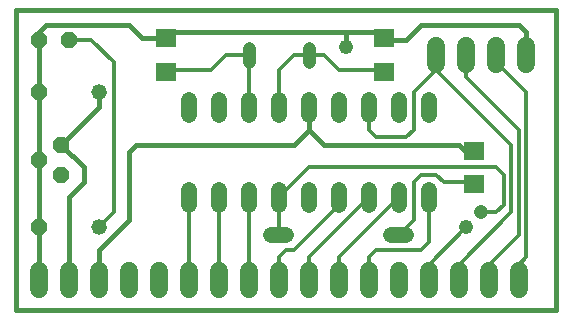
<source format=gbr>
G04 EAGLE Gerber RS-274X export*
G75*
%MOMM*%
%FSLAX34Y34*%
%LPD*%
%INTop Copper*%
%IPPOS*%
%AMOC8*
5,1,8,0,0,1.08239X$1,22.5*%
G01*
%ADD10C,1.117600*%
%ADD11P,1.429621X8X202.500000*%
%ADD12C,1.320800*%
%ADD13C,1.320800*%
%ADD14C,1.524000*%
%ADD15R,1.803000X1.600000*%
%ADD16R,1.800000X1.600000*%
%ADD17P,1.429621X8X112.500000*%
%ADD18C,0.406400*%
%ADD19C,1.219200*%
%ADD20C,0.304800*%
%ADD21C,0.300000*%
%ADD22C,1.206400*%


D10*
X247650Y221488D02*
X247650Y210312D01*
X196850Y210312D02*
X196850Y221488D01*
D11*
X19050Y69850D03*
D12*
X69850Y69850D03*
D11*
X19050Y184150D03*
D12*
X69850Y184150D03*
D13*
X215646Y63500D02*
X228854Y63500D01*
X317246Y63500D02*
X330454Y63500D01*
X146050Y88646D02*
X146050Y101854D01*
X171450Y101854D02*
X171450Y88646D01*
X196850Y88646D02*
X196850Y101854D01*
X222250Y101854D02*
X222250Y88646D01*
X247650Y88646D02*
X247650Y101854D01*
X273050Y101854D02*
X273050Y88646D01*
X298450Y88646D02*
X298450Y101854D01*
X323850Y101854D02*
X323850Y88646D01*
X349250Y88646D02*
X349250Y101854D01*
X349250Y164846D02*
X349250Y178054D01*
X323850Y178054D02*
X323850Y164846D01*
X298450Y164846D02*
X298450Y178054D01*
X273050Y178054D02*
X273050Y164846D01*
X247650Y164846D02*
X247650Y178054D01*
X222250Y178054D02*
X222250Y164846D01*
X196850Y164846D02*
X196850Y178054D01*
X171450Y178054D02*
X171450Y164846D01*
X146050Y164846D02*
X146050Y178054D01*
D14*
X355600Y208280D02*
X355600Y223520D01*
X381000Y223520D02*
X381000Y208280D01*
X406400Y208280D02*
X406400Y223520D01*
X431800Y223520D02*
X431800Y208280D01*
X425450Y33020D02*
X425450Y17780D01*
X400050Y17780D02*
X400050Y33020D01*
X374650Y33020D02*
X374650Y17780D01*
X349250Y17780D02*
X349250Y33020D01*
X323850Y33020D02*
X323850Y17780D01*
X298450Y17780D02*
X298450Y33020D01*
X273050Y33020D02*
X273050Y17780D01*
X247650Y17780D02*
X247650Y33020D01*
X222250Y33020D02*
X222250Y17780D01*
X196850Y17780D02*
X196850Y33020D01*
X171450Y33020D02*
X171450Y17780D01*
X146050Y17780D02*
X146050Y33020D01*
X120650Y33020D02*
X120650Y17780D01*
X95250Y17780D02*
X95250Y33020D01*
X69850Y33020D02*
X69850Y17780D01*
X44450Y17780D02*
X44450Y33020D01*
X19050Y33020D02*
X19050Y17780D01*
D15*
X387350Y134870D03*
X387350Y106430D03*
D16*
X127000Y229900D03*
X127000Y201900D03*
X311150Y229900D03*
X311150Y201900D03*
D11*
X44450Y228600D03*
X19050Y228600D03*
D17*
X38100Y114300D03*
X19050Y127000D03*
X38100Y139700D03*
D18*
X19050Y184150D02*
X19050Y228600D01*
X19050Y184150D02*
X19050Y127000D01*
X19050Y69850D01*
X19050Y25400D01*
X133350Y234950D02*
X279400Y234950D01*
X431800Y234950D02*
X431800Y215900D01*
X431800Y234950D02*
X425450Y241300D01*
X342900Y241300D01*
X330200Y228600D01*
X311150Y228600D01*
X304800Y234950D02*
X279400Y234950D01*
X279400Y222250D01*
X106650Y229900D02*
X95250Y241300D01*
X25400Y241300D01*
X19050Y234950D01*
X19050Y228600D01*
X311150Y228600D02*
X311150Y229900D01*
X311150Y228600D02*
X304800Y234950D01*
X133350Y234950D02*
X127000Y228600D01*
X127000Y229900D01*
X125700Y229900D02*
X106650Y229900D01*
X125700Y229900D02*
X127000Y228600D01*
D19*
X279400Y222250D03*
D20*
X63500Y228600D02*
X44450Y228600D01*
X63500Y228600D02*
X82550Y209550D01*
X82550Y82550D01*
X69850Y69850D01*
D18*
X69850Y171450D02*
X69850Y184150D01*
X69850Y171450D02*
X38100Y139700D01*
X44450Y95250D02*
X44450Y25400D01*
X44450Y95250D02*
X57150Y107950D01*
X57150Y120650D01*
X38100Y139700D01*
D20*
X127000Y201900D02*
X128300Y203200D01*
X165100Y203200D01*
X177800Y215900D01*
X196850Y215900D01*
X196850Y171450D01*
X222250Y171450D02*
X222250Y203200D01*
X234950Y215900D01*
X247650Y215900D01*
X260350Y215900D01*
X311150Y203200D02*
X311150Y201900D01*
X273050Y203200D02*
X260350Y215900D01*
X273050Y203200D02*
X311150Y203200D01*
X222250Y95250D02*
X222250Y63500D01*
D21*
X431800Y44450D02*
X431800Y184150D01*
X406400Y209550D01*
X431800Y44450D02*
X425450Y38100D01*
X425450Y25400D01*
X406400Y209550D02*
X406400Y215900D01*
X406400Y120650D02*
X247650Y120650D01*
X406400Y120650D02*
X412750Y114300D01*
X412750Y88900D01*
X406400Y82550D01*
X393700Y82550D01*
X247650Y120650D02*
X222250Y95250D01*
D22*
X393700Y82550D03*
D20*
X222250Y44450D02*
X222250Y25400D01*
X222250Y44450D02*
X228600Y50800D01*
X234950Y50800D01*
X273050Y88900D01*
X273050Y95250D01*
X247650Y44450D02*
X247650Y25400D01*
X247650Y44450D02*
X298450Y95250D01*
X273050Y44450D02*
X273050Y25400D01*
X273050Y44450D02*
X323850Y95250D01*
X298450Y44450D02*
X298450Y25400D01*
X298450Y44450D02*
X304800Y50800D01*
X342900Y50800D01*
X349250Y57150D01*
X349250Y95250D01*
X349250Y38100D02*
X349250Y25400D01*
X349250Y38100D02*
X381000Y69850D01*
D19*
X381000Y69850D03*
D20*
X419100Y139700D02*
X355600Y203200D01*
X419100Y139700D02*
X419100Y82550D01*
X374650Y38100D01*
X374650Y25400D01*
X355600Y203200D02*
X355600Y215900D01*
X355600Y203200D02*
X336550Y184150D01*
X336550Y152400D01*
X330200Y146050D01*
X304800Y146050D01*
X298450Y152400D01*
X298450Y171450D01*
X381000Y196850D02*
X381000Y215900D01*
X381000Y196850D02*
X425450Y152400D01*
X425450Y63500D01*
X400050Y38100D01*
X400050Y25400D01*
X196850Y25400D02*
X196850Y95250D01*
X171450Y95250D02*
X171450Y25400D01*
X146050Y25400D02*
X146050Y95250D01*
X336550Y107950D02*
X342900Y114300D01*
X336550Y107950D02*
X336550Y76200D01*
X323850Y63500D01*
X342900Y114300D02*
X355600Y114300D01*
X387350Y107950D02*
X387350Y106430D01*
X361950Y107950D02*
X355600Y114300D01*
X361950Y107950D02*
X387350Y107950D01*
D18*
X247650Y152400D02*
X234950Y139700D01*
X101600Y139700D01*
X95250Y133350D01*
X95250Y76200D01*
X69850Y50800D01*
X69850Y25400D01*
X247650Y152400D02*
X247650Y171450D01*
X247650Y152400D02*
X260350Y139700D01*
X374650Y139700D01*
X387350Y134870D02*
X387350Y133350D01*
X381000Y133350D02*
X374650Y139700D01*
X381000Y133350D02*
X387350Y133350D01*
X0Y254000D02*
X0Y0D01*
X457200Y0D01*
X457200Y254000D01*
X0Y254000D01*
M02*

</source>
